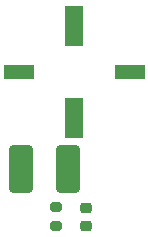
<source format=gbr>
%TF.GenerationSoftware,KiCad,Pcbnew,9.0.3-9.0.3-0~ubuntu24.04.1*%
%TF.CreationDate,2025-08-07T22:47:51-04:00*%
%TF.ProjectId,pcb-heater,7063622d-6865-4617-9465-722e6b696361,rev?*%
%TF.SameCoordinates,Original*%
%TF.FileFunction,Paste,Top*%
%TF.FilePolarity,Positive*%
%FSLAX46Y46*%
G04 Gerber Fmt 4.6, Leading zero omitted, Abs format (unit mm)*
G04 Created by KiCad (PCBNEW 9.0.3-9.0.3-0~ubuntu24.04.1) date 2025-08-07 22:47:51*
%MOMM*%
%LPD*%
G01*
G04 APERTURE LIST*
G04 Aperture macros list*
%AMRoundRect*
0 Rectangle with rounded corners*
0 $1 Rounding radius*
0 $2 $3 $4 $5 $6 $7 $8 $9 X,Y pos of 4 corners*
0 Add a 4 corners polygon primitive as box body*
4,1,4,$2,$3,$4,$5,$6,$7,$8,$9,$2,$3,0*
0 Add four circle primitives for the rounded corners*
1,1,$1+$1,$2,$3*
1,1,$1+$1,$4,$5*
1,1,$1+$1,$6,$7*
1,1,$1+$1,$8,$9*
0 Add four rect primitives between the rounded corners*
20,1,$1+$1,$2,$3,$4,$5,0*
20,1,$1+$1,$4,$5,$6,$7,0*
20,1,$1+$1,$6,$7,$8,$9,0*
20,1,$1+$1,$8,$9,$2,$3,0*%
G04 Aperture macros list end*
%ADD10RoundRect,0.300000X-0.700000X-1.700000X0.700000X-1.700000X0.700000X1.700000X-0.700000X1.700000X0*%
%ADD11RoundRect,0.200000X-0.275000X0.200000X-0.275000X-0.200000X0.275000X-0.200000X0.275000X0.200000X0*%
%ADD12R,2.540000X1.270000*%
%ADD13R,1.650000X3.430000*%
%ADD14RoundRect,0.218750X-0.256250X0.218750X-0.256250X-0.218750X0.256250X-0.218750X0.256250X0.218750X0*%
G04 APERTURE END LIST*
D10*
%TO.C,F1*%
X32500000Y-44500000D03*
X36500000Y-44500000D03*
%TD*%
D11*
%TO.C,R1*%
X35500000Y-47675000D03*
X35500000Y-49325000D03*
%TD*%
D12*
%TO.C,J1*%
X32300000Y-36250000D03*
X41700000Y-36250000D03*
D13*
X37000000Y-40135000D03*
X37000000Y-32365000D03*
%TD*%
D14*
%TO.C,D1*%
X38000000Y-47752500D03*
X38000000Y-49327500D03*
%TD*%
M02*

</source>
